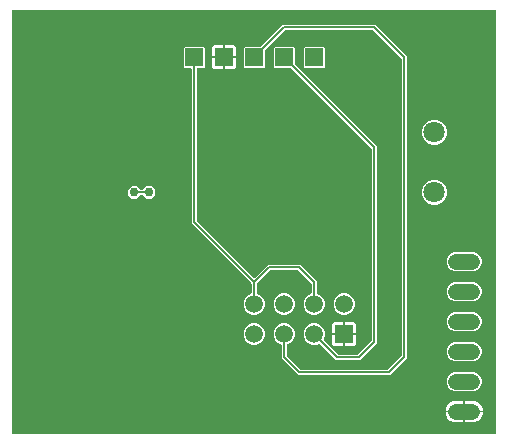
<source format=gbr>
G04 EAGLE Gerber RS-274X export*
G75*
%MOMM*%
%FSLAX34Y34*%
%LPD*%
%INBottom Copper*%
%IPPOS*%
%AMOC8*
5,1,8,0,0,1.08239X$1,22.5*%
G01*
G04 Define Apertures*
%ADD10C,1.800000*%
%ADD11C,1.500000*%
%ADD12R,1.500000X1.500000*%
%ADD13C,1.320800*%
%ADD14R,1.508000X1.508000*%
%ADD15C,0.756400*%
%ADD16C,0.152400*%
G36*
X420413Y10982D02*
X420116Y10922D01*
X11684Y10922D01*
X11409Y10973D01*
X11154Y11137D01*
X10982Y11387D01*
X10922Y11684D01*
X10922Y369316D01*
X10973Y369591D01*
X11137Y369846D01*
X11387Y370018D01*
X11684Y370078D01*
X420116Y370078D01*
X420391Y370027D01*
X420646Y369863D01*
X420818Y369613D01*
X420878Y369316D01*
X420878Y11684D01*
X420827Y11409D01*
X420663Y11154D01*
X420413Y10982D01*
G37*
%LPC*%
G36*
X253053Y61214D02*
X331147Y61214D01*
X345186Y75253D01*
X345186Y331147D01*
X318447Y357886D01*
X240353Y357886D01*
X221954Y339487D01*
X221713Y339324D01*
X221415Y339264D01*
X207729Y339264D01*
X206836Y338371D01*
X206836Y322029D01*
X207729Y321136D01*
X224071Y321136D01*
X224964Y322029D01*
X224964Y335715D01*
X225020Y336001D01*
X225187Y336254D01*
X242024Y353091D01*
X242265Y353254D01*
X242563Y353314D01*
X316237Y353314D01*
X316523Y353258D01*
X316776Y353091D01*
X340391Y329476D01*
X340554Y329235D01*
X340614Y328937D01*
X340614Y77463D01*
X340558Y77177D01*
X340391Y76924D01*
X329476Y66009D01*
X329235Y65846D01*
X328937Y65786D01*
X255263Y65786D01*
X254977Y65842D01*
X254724Y66009D01*
X243809Y76924D01*
X243646Y77165D01*
X243586Y77463D01*
X243586Y86470D01*
X243639Y86751D01*
X243805Y87005D01*
X244056Y87174D01*
X246412Y88150D01*
X248950Y90688D01*
X250324Y94005D01*
X250324Y97595D01*
X248950Y100912D01*
X246412Y103450D01*
X243095Y104824D01*
X239505Y104824D01*
X236188Y103450D01*
X233650Y100912D01*
X232276Y97595D01*
X232276Y94005D01*
X233650Y90688D01*
X236188Y88150D01*
X238544Y87174D01*
X238782Y87018D01*
X238954Y86767D01*
X239014Y86470D01*
X239014Y75253D01*
X253053Y61214D01*
G37*
G36*
X180420Y330962D02*
X189738Y330962D01*
X189738Y340280D01*
X181908Y340280D01*
X180420Y338792D01*
X180420Y330962D01*
G37*
G36*
X191262Y330962D02*
X200580Y330962D01*
X200580Y338792D01*
X199092Y340280D01*
X191262Y340280D01*
X191262Y330962D01*
G37*
G36*
X258529Y321136D02*
X274871Y321136D01*
X275764Y322029D01*
X275764Y338371D01*
X274871Y339264D01*
X258529Y339264D01*
X257636Y338371D01*
X257636Y322029D01*
X258529Y321136D01*
G37*
G36*
X285353Y73914D02*
X305747Y73914D01*
X319786Y87953D01*
X319786Y254947D01*
X250587Y324146D01*
X250424Y324387D01*
X250364Y324685D01*
X250364Y338371D01*
X249471Y339264D01*
X233129Y339264D01*
X232236Y338371D01*
X232236Y322029D01*
X233129Y321136D01*
X246815Y321136D01*
X247101Y321080D01*
X247354Y320913D01*
X314991Y253276D01*
X315154Y253035D01*
X315214Y252737D01*
X315214Y90163D01*
X315158Y89877D01*
X314991Y89624D01*
X304076Y78709D01*
X303835Y78546D01*
X303537Y78486D01*
X287563Y78486D01*
X287277Y78542D01*
X287024Y78709D01*
X274914Y90819D01*
X274753Y91055D01*
X274690Y91352D01*
X274748Y91650D01*
X275724Y94005D01*
X275724Y97595D01*
X274350Y100912D01*
X271812Y103450D01*
X268495Y104824D01*
X264905Y104824D01*
X261588Y103450D01*
X259050Y100912D01*
X257676Y97595D01*
X257676Y94005D01*
X259050Y90688D01*
X261588Y88150D01*
X264905Y86776D01*
X268495Y86776D01*
X270850Y87752D01*
X271130Y87810D01*
X271428Y87754D01*
X271681Y87586D01*
X285353Y73914D01*
G37*
G36*
X214105Y112176D02*
X217695Y112176D01*
X221012Y113550D01*
X223550Y116088D01*
X224924Y119405D01*
X224924Y122995D01*
X223550Y126312D01*
X221012Y128850D01*
X218656Y129826D01*
X218418Y129982D01*
X218246Y130233D01*
X218186Y130530D01*
X218186Y138437D01*
X218242Y138723D01*
X218409Y138976D01*
X229324Y149891D01*
X229565Y150054D01*
X229863Y150114D01*
X252737Y150114D01*
X253023Y150058D01*
X253276Y149891D01*
X264191Y138976D01*
X264354Y138735D01*
X264414Y138437D01*
X264414Y130530D01*
X264361Y130249D01*
X264195Y129995D01*
X263944Y129826D01*
X261588Y128850D01*
X259050Y126312D01*
X257676Y122995D01*
X257676Y119405D01*
X259050Y116088D01*
X261588Y113550D01*
X264905Y112176D01*
X268495Y112176D01*
X271812Y113550D01*
X274350Y116088D01*
X275724Y119405D01*
X275724Y122995D01*
X274350Y126312D01*
X271812Y128850D01*
X269456Y129826D01*
X269218Y129982D01*
X269046Y130233D01*
X268986Y130530D01*
X268986Y140647D01*
X254947Y154686D01*
X227653Y154686D01*
X216439Y143472D01*
X216208Y143314D01*
X215912Y143249D01*
X215614Y143304D01*
X215361Y143472D01*
X167609Y191224D01*
X167446Y191465D01*
X167386Y191763D01*
X167386Y320374D01*
X167437Y320649D01*
X167601Y320904D01*
X167851Y321076D01*
X168148Y321136D01*
X173271Y321136D01*
X174164Y322029D01*
X174164Y338371D01*
X173271Y339264D01*
X156929Y339264D01*
X156036Y338371D01*
X156036Y322029D01*
X156929Y321136D01*
X162052Y321136D01*
X162327Y321085D01*
X162582Y320921D01*
X162754Y320671D01*
X162814Y320374D01*
X162814Y189553D01*
X213391Y138976D01*
X213554Y138735D01*
X213614Y138437D01*
X213614Y130530D01*
X213561Y130249D01*
X213395Y129995D01*
X213144Y129826D01*
X210788Y128850D01*
X208250Y126312D01*
X206876Y122995D01*
X206876Y119405D01*
X208250Y116088D01*
X210788Y113550D01*
X214105Y112176D01*
G37*
G36*
X191262Y320120D02*
X199092Y320120D01*
X200580Y321608D01*
X200580Y329438D01*
X191262Y329438D01*
X191262Y320120D01*
G37*
G36*
X181908Y320120D02*
X189738Y320120D01*
X189738Y329438D01*
X180420Y329438D01*
X180420Y321608D01*
X181908Y320120D01*
G37*
G36*
X366207Y256176D02*
X370393Y256176D01*
X374261Y257778D01*
X377222Y260739D01*
X378824Y264607D01*
X378824Y268793D01*
X377222Y272661D01*
X374261Y275622D01*
X370393Y277224D01*
X366207Y277224D01*
X362339Y275622D01*
X359378Y272661D01*
X357776Y268793D01*
X357776Y264607D01*
X359378Y260739D01*
X362339Y257778D01*
X366207Y256176D01*
G37*
G36*
X366207Y205376D02*
X370393Y205376D01*
X374261Y206978D01*
X377222Y209939D01*
X378824Y213807D01*
X378824Y217993D01*
X377222Y221861D01*
X374261Y224822D01*
X370393Y226424D01*
X366207Y226424D01*
X362339Y224822D01*
X359378Y221861D01*
X357776Y217993D01*
X357776Y213807D01*
X359378Y209939D01*
X362339Y206978D01*
X366207Y205376D01*
G37*
G36*
X112102Y210594D02*
X116498Y210594D01*
X119295Y213391D01*
X119536Y213554D01*
X119833Y213614D01*
X121467Y213614D01*
X121753Y213558D01*
X122005Y213391D01*
X124802Y210594D01*
X129198Y210594D01*
X132306Y213702D01*
X132306Y218098D01*
X129198Y221206D01*
X124802Y221206D01*
X122005Y218409D01*
X121764Y218246D01*
X121467Y218186D01*
X119833Y218186D01*
X119547Y218242D01*
X119295Y218409D01*
X116498Y221206D01*
X112102Y221206D01*
X108994Y218098D01*
X108994Y213702D01*
X112102Y210594D01*
G37*
G36*
X385479Y149098D02*
X401921Y149098D01*
X404908Y150335D01*
X407195Y152622D01*
X408432Y155609D01*
X408432Y158843D01*
X407195Y161830D01*
X404908Y164117D01*
X401921Y165354D01*
X385479Y165354D01*
X382492Y164117D01*
X380205Y161830D01*
X378968Y158843D01*
X378968Y155609D01*
X380205Y152622D01*
X382492Y150335D01*
X385479Y149098D01*
G37*
G36*
X385479Y123698D02*
X401921Y123698D01*
X404908Y124935D01*
X407195Y127222D01*
X408432Y130209D01*
X408432Y133443D01*
X407195Y136430D01*
X404908Y138717D01*
X401921Y139954D01*
X385479Y139954D01*
X382492Y138717D01*
X380205Y136430D01*
X378968Y133443D01*
X378968Y130209D01*
X380205Y127222D01*
X382492Y124935D01*
X385479Y123698D01*
G37*
G36*
X290305Y112176D02*
X293895Y112176D01*
X297212Y113550D01*
X299750Y116088D01*
X301124Y119405D01*
X301124Y122995D01*
X299750Y126312D01*
X297212Y128850D01*
X293895Y130224D01*
X290305Y130224D01*
X286988Y128850D01*
X284450Y126312D01*
X283076Y122995D01*
X283076Y119405D01*
X284450Y116088D01*
X286988Y113550D01*
X290305Y112176D01*
G37*
G36*
X239505Y112176D02*
X243095Y112176D01*
X246412Y113550D01*
X248950Y116088D01*
X250324Y119405D01*
X250324Y122995D01*
X248950Y126312D01*
X246412Y128850D01*
X243095Y130224D01*
X239505Y130224D01*
X236188Y128850D01*
X233650Y126312D01*
X232276Y122995D01*
X232276Y119405D01*
X233650Y116088D01*
X236188Y113550D01*
X239505Y112176D01*
G37*
G36*
X385479Y98298D02*
X401921Y98298D01*
X404908Y99535D01*
X407195Y101822D01*
X408432Y104809D01*
X408432Y108043D01*
X407195Y111030D01*
X404908Y113317D01*
X401921Y114554D01*
X385479Y114554D01*
X382492Y113317D01*
X380205Y111030D01*
X378968Y108043D01*
X378968Y104809D01*
X380205Y101822D01*
X382492Y99535D01*
X385479Y98298D01*
G37*
G36*
X282060Y96562D02*
X291338Y96562D01*
X291338Y105840D01*
X283548Y105840D01*
X282060Y104352D01*
X282060Y96562D01*
G37*
G36*
X292862Y96562D02*
X302140Y96562D01*
X302140Y104352D01*
X300652Y105840D01*
X292862Y105840D01*
X292862Y96562D01*
G37*
G36*
X214105Y86776D02*
X217695Y86776D01*
X221012Y88150D01*
X223550Y90688D01*
X224924Y94005D01*
X224924Y97595D01*
X223550Y100912D01*
X221012Y103450D01*
X217695Y104824D01*
X214105Y104824D01*
X210788Y103450D01*
X208250Y100912D01*
X206876Y97595D01*
X206876Y94005D01*
X208250Y90688D01*
X210788Y88150D01*
X214105Y86776D01*
G37*
G36*
X292862Y85760D02*
X300652Y85760D01*
X302140Y87248D01*
X302140Y95038D01*
X292862Y95038D01*
X292862Y85760D01*
G37*
G36*
X283548Y85760D02*
X291338Y85760D01*
X291338Y95038D01*
X282060Y95038D01*
X282060Y87248D01*
X283548Y85760D01*
G37*
G36*
X385479Y72898D02*
X401921Y72898D01*
X404908Y74135D01*
X407195Y76422D01*
X408432Y79409D01*
X408432Y82643D01*
X407195Y85630D01*
X404908Y87917D01*
X401921Y89154D01*
X385479Y89154D01*
X382492Y87917D01*
X380205Y85630D01*
X378968Y82643D01*
X378968Y79409D01*
X380205Y76422D01*
X382492Y74135D01*
X385479Y72898D01*
G37*
G36*
X385479Y47498D02*
X401921Y47498D01*
X404908Y48735D01*
X407195Y51022D01*
X408432Y54009D01*
X408432Y57243D01*
X407195Y60230D01*
X404908Y62517D01*
X401921Y63754D01*
X385479Y63754D01*
X382492Y62517D01*
X380205Y60230D01*
X378968Y57243D01*
X378968Y54009D01*
X380205Y51022D01*
X382492Y48735D01*
X385479Y47498D01*
G37*
G36*
X377952Y30988D02*
X392938Y30988D01*
X392938Y39370D01*
X385277Y39370D01*
X381916Y37978D01*
X379344Y35406D01*
X377952Y32045D01*
X377952Y30988D01*
G37*
G36*
X394462Y30988D02*
X409448Y30988D01*
X409448Y32045D01*
X408056Y35406D01*
X405484Y37978D01*
X402123Y39370D01*
X394462Y39370D01*
X394462Y30988D01*
G37*
G36*
X394462Y21082D02*
X402123Y21082D01*
X405484Y22474D01*
X408056Y25046D01*
X409448Y28407D01*
X409448Y29464D01*
X394462Y29464D01*
X394462Y21082D01*
G37*
G36*
X385277Y21082D02*
X392938Y21082D01*
X392938Y29464D01*
X377952Y29464D01*
X377952Y28407D01*
X379344Y25046D01*
X381916Y22474D01*
X385277Y21082D01*
G37*
%LPD*%
G36*
X420413Y10982D02*
X420116Y10922D01*
X11684Y10922D01*
X11409Y10973D01*
X11154Y11137D01*
X10982Y11387D01*
X10922Y11684D01*
X10922Y316738D01*
X10973Y317013D01*
X11137Y317268D01*
X11387Y317440D01*
X11684Y317500D01*
X162052Y317500D01*
X162327Y317449D01*
X162582Y317285D01*
X162754Y317035D01*
X162814Y316738D01*
X162814Y189553D01*
X213391Y138976D01*
X213554Y138735D01*
X213614Y138437D01*
X213614Y130530D01*
X213561Y130249D01*
X213395Y129995D01*
X213144Y129826D01*
X210788Y128850D01*
X208250Y126312D01*
X206876Y122995D01*
X206876Y119405D01*
X208250Y116088D01*
X210788Y113550D01*
X214105Y112176D01*
X217695Y112176D01*
X221012Y113550D01*
X223550Y116088D01*
X224924Y119405D01*
X224924Y122995D01*
X223550Y126312D01*
X221012Y128850D01*
X218656Y129826D01*
X218418Y129982D01*
X218246Y130233D01*
X218186Y130530D01*
X218186Y138437D01*
X218242Y138723D01*
X218409Y138976D01*
X229324Y149891D01*
X229565Y150054D01*
X229863Y150114D01*
X252737Y150114D01*
X253023Y150058D01*
X253276Y149891D01*
X264191Y138976D01*
X264354Y138735D01*
X264414Y138437D01*
X264414Y130530D01*
X264361Y130249D01*
X264195Y129995D01*
X263944Y129826D01*
X261588Y128850D01*
X259050Y126312D01*
X257676Y122995D01*
X257676Y119405D01*
X259050Y116088D01*
X261588Y113550D01*
X264905Y112176D01*
X268495Y112176D01*
X271812Y113550D01*
X274350Y116088D01*
X275724Y119405D01*
X275724Y122995D01*
X274350Y126312D01*
X271812Y128850D01*
X269456Y129826D01*
X269218Y129982D01*
X269046Y130233D01*
X268986Y130530D01*
X268986Y140647D01*
X254947Y154686D01*
X227653Y154686D01*
X216439Y143472D01*
X216208Y143314D01*
X215912Y143249D01*
X215614Y143304D01*
X215361Y143472D01*
X167609Y191224D01*
X167446Y191465D01*
X167386Y191763D01*
X167386Y316738D01*
X167437Y317013D01*
X167601Y317268D01*
X167851Y317440D01*
X168148Y317500D01*
X250451Y317500D01*
X250737Y317444D01*
X250990Y317277D01*
X314991Y253276D01*
X315154Y253035D01*
X315214Y252737D01*
X315214Y90163D01*
X315158Y89877D01*
X314991Y89624D01*
X304076Y78709D01*
X303835Y78546D01*
X303537Y78486D01*
X287563Y78486D01*
X287277Y78542D01*
X287024Y78709D01*
X274914Y90819D01*
X274753Y91055D01*
X274690Y91352D01*
X274748Y91650D01*
X275724Y94005D01*
X275724Y97595D01*
X274350Y100912D01*
X271812Y103450D01*
X268495Y104824D01*
X264905Y104824D01*
X261588Y103450D01*
X259050Y100912D01*
X257676Y97595D01*
X257676Y94005D01*
X259050Y90688D01*
X261588Y88150D01*
X264905Y86776D01*
X268495Y86776D01*
X270850Y87752D01*
X271130Y87810D01*
X271428Y87754D01*
X271681Y87586D01*
X285353Y73914D01*
X305747Y73914D01*
X319786Y87953D01*
X319786Y254947D01*
X258534Y316199D01*
X258381Y316419D01*
X258311Y316714D01*
X258362Y317013D01*
X258525Y317268D01*
X258775Y317440D01*
X259073Y317500D01*
X339852Y317500D01*
X340127Y317449D01*
X340382Y317285D01*
X340554Y317035D01*
X340614Y316738D01*
X340614Y77463D01*
X340558Y77177D01*
X340391Y76924D01*
X329476Y66009D01*
X329235Y65846D01*
X328937Y65786D01*
X255263Y65786D01*
X254977Y65842D01*
X254724Y66009D01*
X243809Y76924D01*
X243646Y77165D01*
X243586Y77463D01*
X243586Y86470D01*
X243639Y86751D01*
X243805Y87005D01*
X244056Y87174D01*
X246412Y88150D01*
X248950Y90688D01*
X250324Y94005D01*
X250324Y97595D01*
X248950Y100912D01*
X246412Y103450D01*
X243095Y104824D01*
X239505Y104824D01*
X236188Y103450D01*
X233650Y100912D01*
X232276Y97595D01*
X232276Y94005D01*
X233650Y90688D01*
X236188Y88150D01*
X238544Y87174D01*
X238782Y87018D01*
X238954Y86767D01*
X239014Y86470D01*
X239014Y75253D01*
X253053Y61214D01*
X331147Y61214D01*
X345186Y75253D01*
X345186Y316738D01*
X345237Y317013D01*
X345401Y317268D01*
X345651Y317440D01*
X345948Y317500D01*
X420116Y317500D01*
X420391Y317449D01*
X420646Y317285D01*
X420818Y317035D01*
X420878Y316738D01*
X420878Y11684D01*
X420827Y11409D01*
X420663Y11154D01*
X420413Y10982D01*
G37*
%LPC*%
G36*
X366207Y256176D02*
X370393Y256176D01*
X374261Y257778D01*
X377222Y260739D01*
X378824Y264607D01*
X378824Y268793D01*
X377222Y272661D01*
X374261Y275622D01*
X370393Y277224D01*
X366207Y277224D01*
X362339Y275622D01*
X359378Y272661D01*
X357776Y268793D01*
X357776Y264607D01*
X359378Y260739D01*
X362339Y257778D01*
X366207Y256176D01*
G37*
G36*
X366207Y205376D02*
X370393Y205376D01*
X374261Y206978D01*
X377222Y209939D01*
X378824Y213807D01*
X378824Y217993D01*
X377222Y221861D01*
X374261Y224822D01*
X370393Y226424D01*
X366207Y226424D01*
X362339Y224822D01*
X359378Y221861D01*
X357776Y217993D01*
X357776Y213807D01*
X359378Y209939D01*
X362339Y206978D01*
X366207Y205376D01*
G37*
G36*
X112102Y210594D02*
X116498Y210594D01*
X119295Y213391D01*
X119536Y213554D01*
X119833Y213614D01*
X121467Y213614D01*
X121753Y213558D01*
X122005Y213391D01*
X124802Y210594D01*
X129198Y210594D01*
X132306Y213702D01*
X132306Y218098D01*
X129198Y221206D01*
X124802Y221206D01*
X122005Y218409D01*
X121764Y218246D01*
X121467Y218186D01*
X119833Y218186D01*
X119547Y218242D01*
X119295Y218409D01*
X116498Y221206D01*
X112102Y221206D01*
X108994Y218098D01*
X108994Y213702D01*
X112102Y210594D01*
G37*
G36*
X385479Y149098D02*
X401921Y149098D01*
X404908Y150335D01*
X407195Y152622D01*
X408432Y155609D01*
X408432Y158843D01*
X407195Y161830D01*
X404908Y164117D01*
X401921Y165354D01*
X385479Y165354D01*
X382492Y164117D01*
X380205Y161830D01*
X378968Y158843D01*
X378968Y155609D01*
X380205Y152622D01*
X382492Y150335D01*
X385479Y149098D01*
G37*
G36*
X385479Y123698D02*
X401921Y123698D01*
X404908Y124935D01*
X407195Y127222D01*
X408432Y130209D01*
X408432Y133443D01*
X407195Y136430D01*
X404908Y138717D01*
X401921Y139954D01*
X385479Y139954D01*
X382492Y138717D01*
X380205Y136430D01*
X378968Y133443D01*
X378968Y130209D01*
X380205Y127222D01*
X382492Y124935D01*
X385479Y123698D01*
G37*
G36*
X290305Y112176D02*
X293895Y112176D01*
X297212Y113550D01*
X299750Y116088D01*
X301124Y119405D01*
X301124Y122995D01*
X299750Y126312D01*
X297212Y128850D01*
X293895Y130224D01*
X290305Y130224D01*
X286988Y128850D01*
X284450Y126312D01*
X283076Y122995D01*
X283076Y119405D01*
X284450Y116088D01*
X286988Y113550D01*
X290305Y112176D01*
G37*
G36*
X239505Y112176D02*
X243095Y112176D01*
X246412Y113550D01*
X248950Y116088D01*
X250324Y119405D01*
X250324Y122995D01*
X248950Y126312D01*
X246412Y128850D01*
X243095Y130224D01*
X239505Y130224D01*
X236188Y128850D01*
X233650Y126312D01*
X232276Y122995D01*
X232276Y119405D01*
X233650Y116088D01*
X236188Y113550D01*
X239505Y112176D01*
G37*
G36*
X385479Y98298D02*
X401921Y98298D01*
X404908Y99535D01*
X407195Y101822D01*
X408432Y104809D01*
X408432Y108043D01*
X407195Y111030D01*
X404908Y113317D01*
X401921Y114554D01*
X385479Y114554D01*
X382492Y113317D01*
X380205Y111030D01*
X378968Y108043D01*
X378968Y104809D01*
X380205Y101822D01*
X382492Y99535D01*
X385479Y98298D01*
G37*
G36*
X282060Y96562D02*
X291338Y96562D01*
X291338Y105840D01*
X283548Y105840D01*
X282060Y104352D01*
X282060Y96562D01*
G37*
G36*
X292862Y96562D02*
X302140Y96562D01*
X302140Y104352D01*
X300652Y105840D01*
X292862Y105840D01*
X292862Y96562D01*
G37*
G36*
X214105Y86776D02*
X217695Y86776D01*
X221012Y88150D01*
X223550Y90688D01*
X224924Y94005D01*
X224924Y97595D01*
X223550Y100912D01*
X221012Y103450D01*
X217695Y104824D01*
X214105Y104824D01*
X210788Y103450D01*
X208250Y100912D01*
X206876Y97595D01*
X206876Y94005D01*
X208250Y90688D01*
X210788Y88150D01*
X214105Y86776D01*
G37*
G36*
X292862Y85760D02*
X300652Y85760D01*
X302140Y87248D01*
X302140Y95038D01*
X292862Y95038D01*
X292862Y85760D01*
G37*
G36*
X283548Y85760D02*
X291338Y85760D01*
X291338Y95038D01*
X282060Y95038D01*
X282060Y87248D01*
X283548Y85760D01*
G37*
G36*
X385479Y72898D02*
X401921Y72898D01*
X404908Y74135D01*
X407195Y76422D01*
X408432Y79409D01*
X408432Y82643D01*
X407195Y85630D01*
X404908Y87917D01*
X401921Y89154D01*
X385479Y89154D01*
X382492Y87917D01*
X380205Y85630D01*
X378968Y82643D01*
X378968Y79409D01*
X380205Y76422D01*
X382492Y74135D01*
X385479Y72898D01*
G37*
G36*
X385479Y47498D02*
X401921Y47498D01*
X404908Y48735D01*
X407195Y51022D01*
X408432Y54009D01*
X408432Y57243D01*
X407195Y60230D01*
X404908Y62517D01*
X401921Y63754D01*
X385479Y63754D01*
X382492Y62517D01*
X380205Y60230D01*
X378968Y57243D01*
X378968Y54009D01*
X380205Y51022D01*
X382492Y48735D01*
X385479Y47498D01*
G37*
G36*
X377952Y30988D02*
X392938Y30988D01*
X392938Y39370D01*
X385277Y39370D01*
X381916Y37978D01*
X379344Y35406D01*
X377952Y32045D01*
X377952Y30988D01*
G37*
G36*
X394462Y30988D02*
X409448Y30988D01*
X409448Y32045D01*
X408056Y35406D01*
X405484Y37978D01*
X402123Y39370D01*
X394462Y39370D01*
X394462Y30988D01*
G37*
G36*
X394462Y21082D02*
X402123Y21082D01*
X405484Y22474D01*
X408056Y25046D01*
X409448Y28407D01*
X409448Y29464D01*
X394462Y29464D01*
X394462Y21082D01*
G37*
G36*
X385277Y21082D02*
X392938Y21082D01*
X392938Y29464D01*
X377952Y29464D01*
X377952Y28407D01*
X379344Y25046D01*
X381916Y22474D01*
X385277Y21082D01*
G37*
%LPD*%
D10*
X368300Y266700D03*
X368300Y215900D03*
D11*
X215900Y95800D03*
X241300Y95800D03*
X266700Y95800D03*
D12*
X292100Y95800D03*
D11*
X292100Y121200D03*
X266700Y121200D03*
X241300Y121200D03*
X215900Y121200D03*
D13*
X387096Y157226D02*
X400304Y157226D01*
X400304Y131826D02*
X387096Y131826D01*
X387096Y106426D02*
X400304Y106426D01*
X400304Y81026D02*
X387096Y81026D01*
X387096Y55626D02*
X400304Y55626D01*
X400304Y30226D02*
X387096Y30226D01*
D14*
X215900Y330200D03*
X241300Y330200D03*
X266700Y330200D03*
X190500Y330200D03*
X165100Y330200D03*
D15*
X114300Y215900D03*
X127000Y215900D03*
D16*
X114300Y215900D01*
X215900Y139700D02*
X215900Y121200D01*
X215900Y139700D02*
X228600Y152400D01*
X254000Y152400D01*
X266700Y139700D01*
X266700Y121200D01*
X165100Y190500D02*
X165100Y330200D01*
X165100Y190500D02*
X215900Y139700D01*
D15*
X38100Y203200D03*
D16*
X266700Y95800D02*
X286300Y76200D01*
X304800Y76200D01*
X317500Y88900D01*
X317500Y254000D01*
X241300Y330200D01*
X241300Y95800D02*
X241300Y76200D01*
X254000Y63500D01*
X330200Y63500D01*
X342900Y76200D01*
X342900Y330200D01*
X317500Y355600D01*
X241300Y355600D01*
X215900Y330200D01*
M02*

</source>
